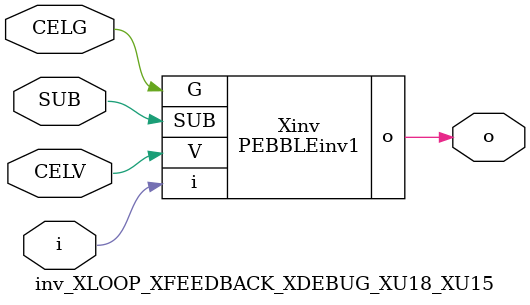
<source format=v>



module PEBBLEinv1 ( o, G, SUB, V, i );

  input V;
  input i;
  input G;
  output o;
  input SUB;
endmodule

//Celera Confidential Do Not Copy inv_XLOOP_XFEEDBACK_XDEBUG_XU18_XU15
//Celera Confidential Symbol Generator
//5V Inverter
module inv_XLOOP_XFEEDBACK_XDEBUG_XU18_XU15 (CELV,CELG,i,o,SUB);
input CELV;
input CELG;
input i;
input SUB;
output o;

//Celera Confidential Do Not Copy inv
PEBBLEinv1 Xinv(
.V (CELV),
.i (i),
.o (o),
.SUB (SUB),
.G (CELG)
);
//,diesize,PEBBLEinv1

//Celera Confidential Do Not Copy Module End
//Celera Schematic Generator
endmodule

</source>
